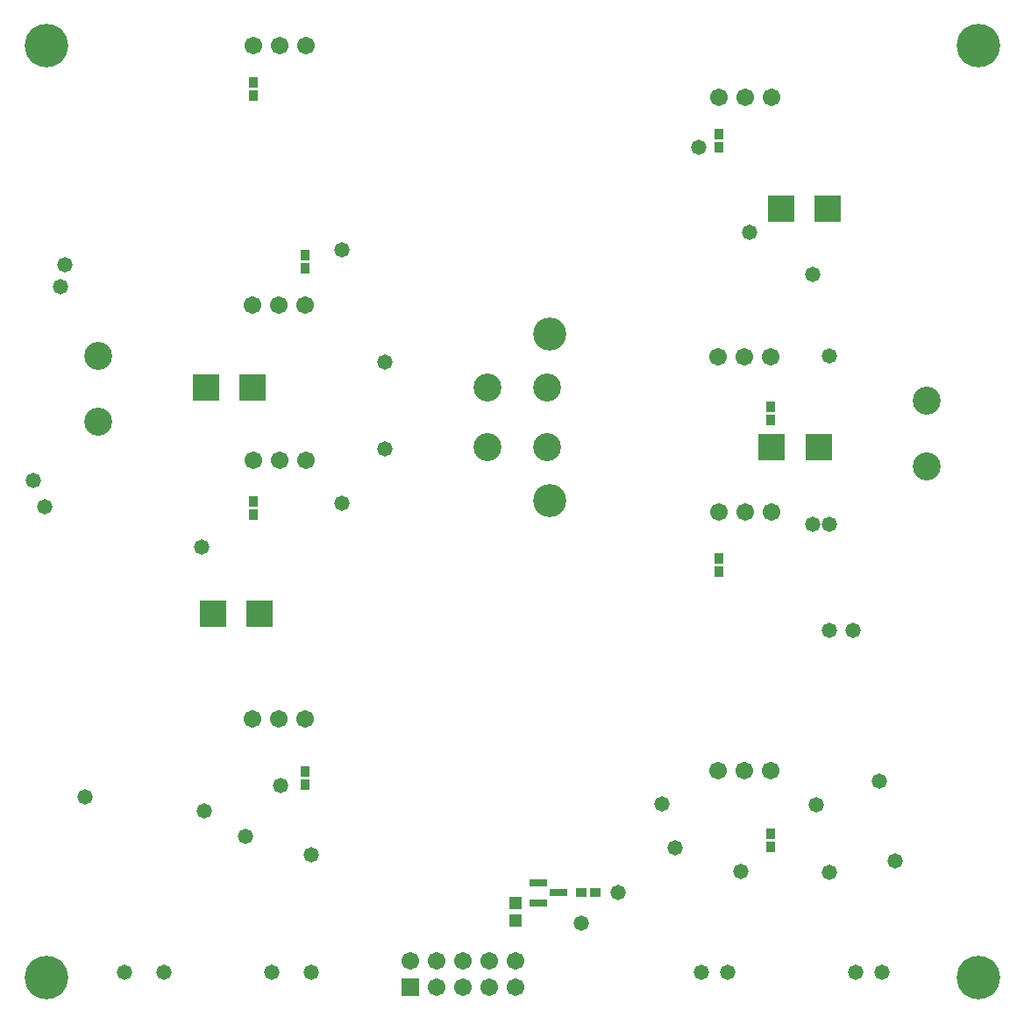
<source format=gts>
%FSLAX24Y24*%
%MOIN*%
G70*
G01*
G75*
G04 Layer_Color=8388736*
%ADD10R,0.0276X0.0354*%
%ADD11R,0.0906X0.0906*%
%ADD12R,0.0354X0.0276*%
%ADD13R,0.0394X0.0433*%
%ADD14R,0.0591X0.0236*%
%ADD15C,0.0787*%
%ADD16C,0.0100*%
%ADD17C,0.0984*%
%ADD18C,0.1575*%
%ADD19C,0.0591*%
%ADD20C,0.1181*%
%ADD21R,0.0591X0.0591*%
%ADD22C,0.0500*%
%ADD23R,0.0906X0.0906*%
%ADD24R,0.0433X0.0394*%
%ADD25R,0.0906X0.0984*%
%ADD26R,0.0453X0.0236*%
%ADD27O,0.0236X0.0866*%
%ADD28C,0.0098*%
%ADD29C,0.0079*%
%ADD30C,0.0394*%
%ADD31C,0.0090*%
%ADD32C,0.0080*%
%ADD33R,0.0356X0.0434*%
%ADD34R,0.0986X0.0986*%
%ADD35R,0.0434X0.0356*%
%ADD36R,0.0474X0.0513*%
%ADD37R,0.0671X0.0316*%
%ADD38C,0.1064*%
%ADD39C,0.1655*%
%ADD40C,0.0671*%
%ADD41C,0.1261*%
%ADD42R,0.0671X0.0671*%
%ADD43C,0.0580*%
D33*
X27559Y33544D02*
D03*
Y34056D02*
D03*
X11811Y9307D02*
D03*
Y9819D02*
D03*
X9843Y35512D02*
D03*
Y36024D02*
D03*
X11800Y28944D02*
D03*
Y29456D02*
D03*
X27559Y17913D02*
D03*
Y17402D02*
D03*
X29528Y6944D02*
D03*
Y7456D02*
D03*
X9843Y20076D02*
D03*
Y19565D02*
D03*
X29517Y23691D02*
D03*
Y23180D02*
D03*
D34*
X8314Y15800D02*
D03*
X10086D02*
D03*
X8039Y24400D02*
D03*
X9811D02*
D03*
X31686Y31200D02*
D03*
X29914D02*
D03*
X31331Y22156D02*
D03*
X29559D02*
D03*
D35*
X22831Y5200D02*
D03*
X22320D02*
D03*
D36*
X19800Y4826D02*
D03*
Y4157D02*
D03*
D37*
X21431Y5200D02*
D03*
X20683Y4826D02*
D03*
Y5574D02*
D03*
D38*
X3937Y23100D02*
D03*
Y25600D02*
D03*
X21000Y22156D02*
D03*
Y24400D02*
D03*
X18756D02*
D03*
Y22156D02*
D03*
X35433Y21400D02*
D03*
Y23900D02*
D03*
D39*
X37402Y1969D02*
D03*
X1969Y37402D02*
D03*
Y1969D02*
D03*
X37402Y37402D02*
D03*
D40*
X11811Y11811D02*
D03*
X10811D02*
D03*
X9811D02*
D03*
X11811Y27559D02*
D03*
X10811D02*
D03*
X9811D02*
D03*
X29528Y9843D02*
D03*
X28528D02*
D03*
X27528D02*
D03*
X29559Y19685D02*
D03*
X28559D02*
D03*
X27559D02*
D03*
X11843Y21654D02*
D03*
X10843D02*
D03*
X9843D02*
D03*
X11843Y37402D02*
D03*
X10843D02*
D03*
X9843D02*
D03*
X29559Y35433D02*
D03*
X28559D02*
D03*
X27559D02*
D03*
X29528Y25591D02*
D03*
X28528D02*
D03*
X27528D02*
D03*
X15800Y2600D02*
D03*
X16800Y1600D02*
D03*
Y2600D02*
D03*
X17800Y1600D02*
D03*
Y2600D02*
D03*
X18800Y1600D02*
D03*
Y2600D02*
D03*
X19800Y1600D02*
D03*
Y2600D02*
D03*
D41*
X21130Y26435D02*
D03*
Y20120D02*
D03*
D42*
X15800Y1600D02*
D03*
D43*
X26772Y33543D02*
D03*
X22320Y4058D02*
D03*
X10550Y2167D02*
D03*
X26889Y2176D02*
D03*
X32750D02*
D03*
X4950D02*
D03*
X27889Y2180D02*
D03*
X33750Y2175D02*
D03*
X6450Y2172D02*
D03*
X12050Y2168D02*
D03*
X25889Y6929D02*
D03*
X7874Y18346D02*
D03*
X28389Y6026D02*
D03*
X31732Y5984D02*
D03*
X34250Y6417D02*
D03*
X9550Y7333D02*
D03*
X12050Y6651D02*
D03*
X33661Y9449D02*
D03*
X10866Y9291D02*
D03*
X3450Y8844D02*
D03*
X7992Y8307D02*
D03*
X25389Y8578D02*
D03*
X31250Y8533D02*
D03*
X23698Y5200D02*
D03*
X1496Y20866D02*
D03*
X2677Y29094D02*
D03*
X1929Y19882D02*
D03*
X2500Y28248D02*
D03*
X28701Y30315D02*
D03*
X31123Y28720D02*
D03*
X31732Y25630D02*
D03*
X31102Y19213D02*
D03*
X31732D02*
D03*
X31750Y15197D02*
D03*
X32638D02*
D03*
X14843Y25394D02*
D03*
Y22087D02*
D03*
X13228Y20000D02*
D03*
Y29646D02*
D03*
M02*

</source>
